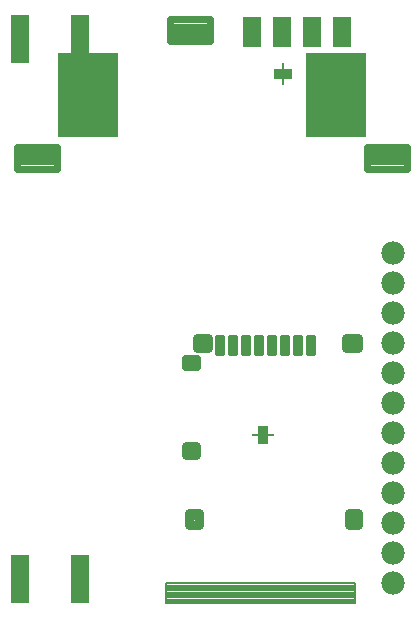
<source format=gbs>
G75*
%MOIN*%
%OFA0B0*%
%FSLAX24Y24*%
%IPPOS*%
%LPD*%
%AMOC8*
5,1,8,0,0,1.08239X$1,22.5*
%
%ADD10C,0.0079*%
%ADD11R,0.0640X0.1640*%
%ADD12R,0.2009X0.2796*%
%ADD13C,0.0780*%
%ADD14C,0.0246*%
%ADD15R,0.0060X0.0720*%
%ADD16R,0.0270X0.0355*%
%ADD17C,0.0177*%
%ADD18C,0.0315*%
%ADD19C,0.0296*%
%ADD20C,0.0276*%
%ADD21R,0.0720X0.0060*%
%ADD22R,0.0355X0.0270*%
%ADD23R,0.0640X0.1040*%
D10*
X006119Y000418D02*
X006119Y001087D01*
X012418Y001087D01*
X012418Y000418D01*
X006119Y000418D01*
X006119Y000456D02*
X012418Y000456D01*
X012418Y000533D02*
X006119Y000533D01*
X006119Y000610D02*
X012418Y000610D01*
X012418Y000688D02*
X006119Y000688D01*
X006119Y000765D02*
X012418Y000765D01*
X012418Y000842D02*
X006119Y000842D01*
X006119Y000919D02*
X012418Y000919D01*
X012418Y000997D02*
X006119Y000997D01*
X006119Y001074D02*
X012418Y001074D01*
D11*
X001237Y001206D03*
X003237Y001206D03*
X003257Y019217D03*
X001257Y019217D03*
D12*
X003521Y017367D03*
X011789Y017367D03*
D13*
X013678Y012087D03*
X013678Y011087D03*
X013678Y010087D03*
X013678Y009087D03*
X013678Y008087D03*
X013678Y007087D03*
X013678Y006087D03*
X013678Y005087D03*
X013678Y004087D03*
X013678Y003087D03*
X013678Y002087D03*
X013678Y001087D03*
D14*
X014145Y014892D02*
X012817Y014892D01*
X012817Y015630D01*
X014145Y015630D01*
X014145Y014892D01*
X014145Y015137D02*
X012817Y015137D01*
X012817Y015382D02*
X014145Y015382D01*
X014145Y015627D02*
X012817Y015627D01*
X007571Y019144D02*
X006243Y019144D01*
X006243Y019882D01*
X007571Y019882D01*
X007571Y019144D01*
X007571Y019389D02*
X006243Y019389D01*
X006243Y019634D02*
X007571Y019634D01*
X007571Y019879D02*
X006243Y019879D01*
X002492Y015630D02*
X001164Y015630D01*
X002492Y015630D02*
X002492Y014892D01*
X001164Y014892D01*
X001164Y015630D01*
X001164Y015137D02*
X002492Y015137D01*
X002492Y015382D02*
X001164Y015382D01*
X001164Y015627D02*
X002492Y015627D01*
D15*
X010017Y018056D03*
D16*
X010187Y018056D03*
X009847Y018056D03*
D17*
X009967Y009294D02*
X010145Y009294D01*
X010145Y008762D01*
X009967Y008762D01*
X009967Y009294D01*
X009967Y008938D02*
X010145Y008938D01*
X010145Y009114D02*
X009967Y009114D01*
X009967Y009290D02*
X010145Y009290D01*
X010400Y009294D02*
X010578Y009294D01*
X010578Y008762D01*
X010400Y008762D01*
X010400Y009294D01*
X010400Y008938D02*
X010578Y008938D01*
X010578Y009114D02*
X010400Y009114D01*
X010400Y009290D02*
X010578Y009290D01*
X010833Y008762D02*
X011011Y008762D01*
X010833Y008762D02*
X010833Y009294D01*
X011011Y009294D01*
X011011Y008762D01*
X011011Y008938D02*
X010833Y008938D01*
X010833Y009114D02*
X011011Y009114D01*
X011011Y009290D02*
X010833Y009290D01*
X009712Y009294D02*
X009534Y009294D01*
X009712Y009294D02*
X009712Y008762D01*
X009534Y008762D01*
X009534Y009294D01*
X009534Y008938D02*
X009712Y008938D01*
X009712Y009114D02*
X009534Y009114D01*
X009534Y009290D02*
X009712Y009290D01*
X009279Y009294D02*
X009101Y009294D01*
X009279Y009294D02*
X009279Y008762D01*
X009101Y008762D01*
X009101Y009294D01*
X009101Y008938D02*
X009279Y008938D01*
X009279Y009114D02*
X009101Y009114D01*
X009101Y009290D02*
X009279Y009290D01*
X008846Y009294D02*
X008668Y009294D01*
X008846Y009294D02*
X008846Y008762D01*
X008668Y008762D01*
X008668Y009294D01*
X008668Y008938D02*
X008846Y008938D01*
X008846Y009114D02*
X008668Y009114D01*
X008668Y009290D02*
X008846Y009290D01*
X008413Y009294D02*
X008235Y009294D01*
X008413Y009294D02*
X008413Y008762D01*
X008235Y008762D01*
X008235Y009294D01*
X008235Y008938D02*
X008413Y008938D01*
X008413Y009114D02*
X008235Y009114D01*
X008235Y009290D02*
X008413Y009290D01*
X007980Y009294D02*
X007802Y009294D01*
X007980Y009294D02*
X007980Y008762D01*
X007802Y008762D01*
X007802Y009294D01*
X007802Y008938D02*
X007980Y008938D01*
X007980Y009114D02*
X007802Y009114D01*
X007802Y009290D02*
X007980Y009290D01*
D18*
X007514Y009238D02*
X007158Y009238D01*
X007514Y009238D02*
X007514Y008922D01*
X007158Y008922D01*
X007158Y009238D01*
X007158Y009236D02*
X007514Y009236D01*
X007202Y003430D02*
X006886Y003430D01*
X007202Y003430D02*
X007202Y003036D01*
X006886Y003036D01*
X006886Y003430D01*
X006886Y003350D02*
X007202Y003350D01*
X012201Y003430D02*
X012517Y003430D01*
X012517Y003036D01*
X012201Y003036D01*
X012201Y003430D01*
X012201Y003350D02*
X012517Y003350D01*
X012517Y009238D02*
X012123Y009238D01*
X012517Y009238D02*
X012517Y008922D01*
X012123Y008922D01*
X012123Y009238D01*
X012123Y009236D02*
X012517Y009236D01*
D19*
X007129Y005664D02*
X006795Y005664D01*
X007129Y005664D02*
X007129Y005370D01*
X006795Y005370D01*
X006795Y005664D01*
D20*
X006785Y008568D02*
X007139Y008568D01*
X007139Y008292D01*
X006785Y008292D01*
X006785Y008568D01*
X006785Y008567D02*
X007139Y008567D01*
D21*
X009348Y006009D03*
D22*
X009348Y006179D03*
X009348Y005839D03*
D23*
X008989Y019470D03*
X009989Y019470D03*
X010989Y019470D03*
X011989Y019470D03*
M02*

</source>
